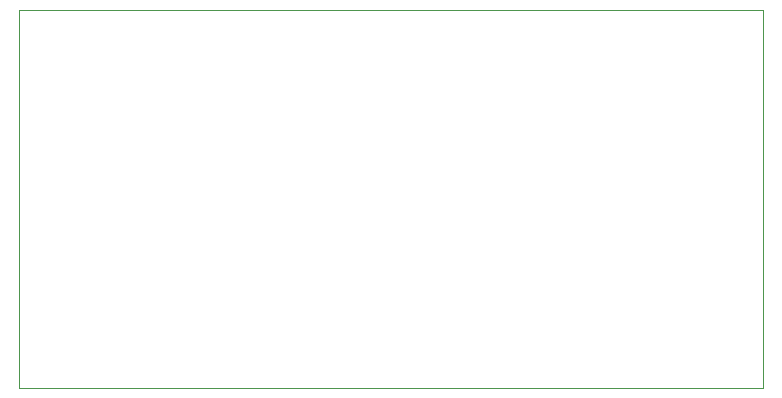
<source format=gbr>
%TF.GenerationSoftware,KiCad,Pcbnew,(6.0.4-0)*%
%TF.CreationDate,2025-08-27T16:40:30+02:00*%
%TF.ProjectId,FYP_PMIC,4659505f-504d-4494-932e-6b696361645f,rev?*%
%TF.SameCoordinates,Original*%
%TF.FileFunction,Profile,NP*%
%FSLAX46Y46*%
G04 Gerber Fmt 4.6, Leading zero omitted, Abs format (unit mm)*
G04 Created by KiCad (PCBNEW (6.0.4-0)) date 2025-08-27 16:40:30*
%MOMM*%
%LPD*%
G01*
G04 APERTURE LIST*
%TA.AperFunction,Profile*%
%ADD10C,0.100000*%
%TD*%
G04 APERTURE END LIST*
D10*
X47250000Y-50500000D02*
X110250000Y-50500000D01*
X110250000Y-50500000D02*
X110250000Y-82500000D01*
X110250000Y-82500000D02*
X47250000Y-82500000D01*
X47250000Y-82500000D02*
X47250000Y-50500000D01*
M02*

</source>
